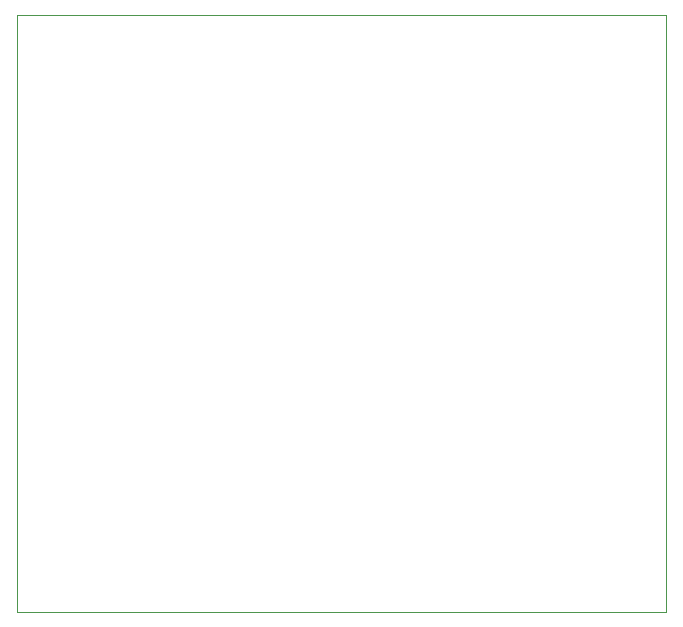
<source format=gbr>
%TF.GenerationSoftware,KiCad,Pcbnew,9.0.6*%
%TF.CreationDate,2025-11-19T21:55:10+05:30*%
%TF.ProjectId,class d  amplifier,636c6173-7320-4642-9020-616d706c6966,rev?*%
%TF.SameCoordinates,Original*%
%TF.FileFunction,Profile,NP*%
%FSLAX46Y46*%
G04 Gerber Fmt 4.6, Leading zero omitted, Abs format (unit mm)*
G04 Created by KiCad (PCBNEW 9.0.6) date 2025-11-19 21:55:10*
%MOMM*%
%LPD*%
G01*
G04 APERTURE LIST*
%TA.AperFunction,Profile*%
%ADD10C,0.050000*%
%TD*%
G04 APERTURE END LIST*
D10*
X79000000Y-50000000D02*
X134000000Y-50000000D01*
X134000000Y-100500000D01*
X79000000Y-100500000D01*
X79000000Y-50000000D01*
M02*

</source>
